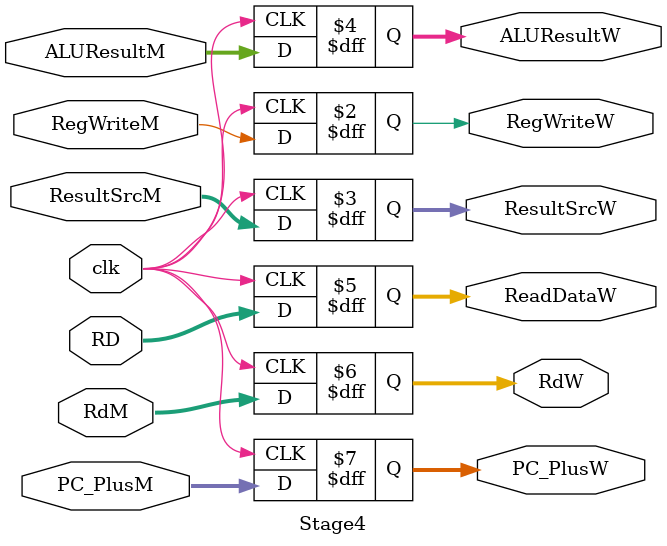
<source format=sv>
module  Stage4#(
    parameter DATA_WIDTH = 32
)(
    input logic                     clk,

    // control input 
    input logic                        RegWriteM,
    input logic[1:0]                   ResultSrcM,
    // ALU input
    input logic[DATA_WIDTH-1:0]        ALUResultM,
    //datamem input
    input logic[DATA_WIDTH-1:0]        RD,
    //rd
    input logic[4:0]                   RdM,
    //PC input
    input logic[DATA_WIDTH-1:0]        PC_PlusM,

    // control output
    output logic                        RegWriteW,
    output logic[1:0]                   ResultSrcW,
    // ALU output
    output logic[DATA_WIDTH-1:0]        ALUResultW,
    //datamem output
    output logic[DATA_WIDTH-1:0]        ReadDataW,
    //rd
    output logic[4:0]                   RdW,
    //PC output
    output logic[DATA_WIDTH-1:0]        PC_PlusW

);

always_ff @(posedge clk) begin
    //control
    RegWriteW <= RegWriteM;
    ResultSrcW <= ResultSrcM;
    //alu
    ALUResultW <= ALUResultM;
    //data mem
    ReadDataW <= RD;
    //rd
    RdW <= RdM;
    //PC
    PC_PlusW <= PC_PlusM;
end
    
endmodule

</source>
